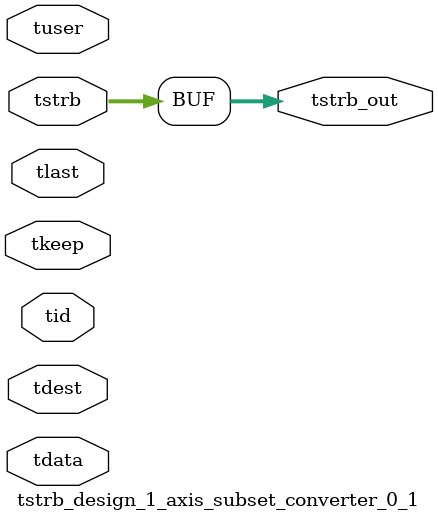
<source format=v>


`timescale 1ps/1ps

module tstrb_design_1_axis_subset_converter_0_1 #
(
parameter C_S_AXIS_TDATA_WIDTH = 32,
parameter C_S_AXIS_TUSER_WIDTH = 0,
parameter C_S_AXIS_TID_WIDTH   = 0,
parameter C_S_AXIS_TDEST_WIDTH = 0,
parameter C_M_AXIS_TDATA_WIDTH = 32
)
(
input  [(C_S_AXIS_TDATA_WIDTH == 0 ? 1 : C_S_AXIS_TDATA_WIDTH)-1:0     ] tdata,
input  [(C_S_AXIS_TUSER_WIDTH == 0 ? 1 : C_S_AXIS_TUSER_WIDTH)-1:0     ] tuser,
input  [(C_S_AXIS_TID_WIDTH   == 0 ? 1 : C_S_AXIS_TID_WIDTH)-1:0       ] tid,
input  [(C_S_AXIS_TDEST_WIDTH == 0 ? 1 : C_S_AXIS_TDEST_WIDTH)-1:0     ] tdest,
input  [(C_S_AXIS_TDATA_WIDTH/8)-1:0 ] tkeep,
input  [(C_S_AXIS_TDATA_WIDTH/8)-1:0 ] tstrb,
input                                                                    tlast,
output [(C_M_AXIS_TDATA_WIDTH/8)-1:0 ] tstrb_out
);

assign tstrb_out = {tstrb[3:0]};

endmodule


</source>
